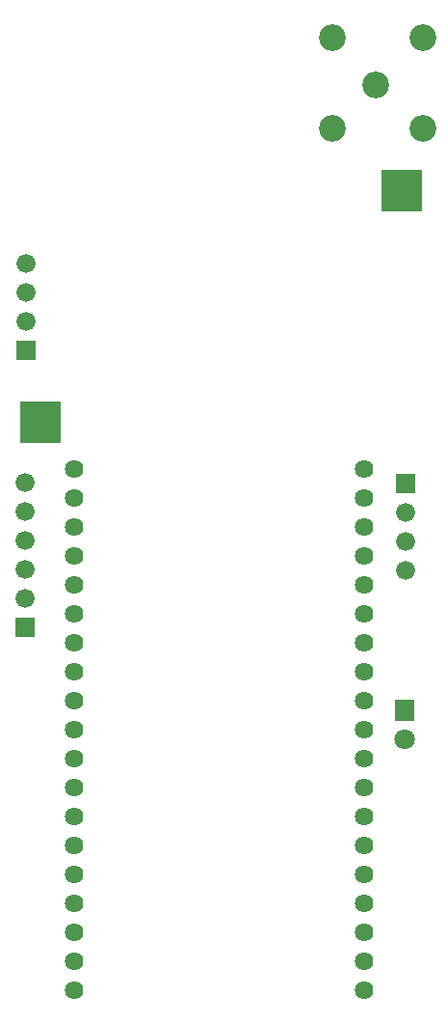
<source format=gts>
G04 Layer: TopSolderMaskLayer*
G04 Panelize: , Column: 2, Row: 1, Board Size: 40.01mm x 93.13mm, Panelized Board Size: 90.01mm x 93.13mm*
G04 EasyEDA v6.5.51, 2025-12-10 18:06:53*
G04 0555fe365c4c4ce19a54b4cc8b748554,f920225d1fc94cab822a7ee7b834fcf3,10*
G04 Gerber Generator version 0.2*
G04 Scale: 100 percent, Rotated: No, Reflected: No *
G04 Dimensions in millimeters *
G04 leading zeros omitted , absolute positions ,4 integer and 5 decimal *
%FSLAX45Y45*%
%MOMM*%

%AMMACRO1*4,1,8,-0.8085,-0.9008,-0.8382,-0.871,-0.8382,0.8711,-0.8085,0.9008,0.8084,0.9008,0.8382,0.8711,0.8382,-0.871,0.8084,-0.9008,-0.8085,-0.9008,0*%
%AMMACRO2*4,1,8,-0.8085,-0.8382,-0.8382,-0.8084,-0.8382,0.8085,-0.8085,0.8382,0.8084,0.8382,0.8382,0.8085,0.8382,-0.8084,0.8084,-0.8382,-0.8085,-0.8382,0*%
%ADD10C,2.3516*%
%ADD11MACRO1*%
%ADD12C,1.8016*%
%ADD13MACRO2*%
%ADD14C,1.6764*%
%ADD15C,1.6256*%
%ADD16C,0.0141*%

%LPD*%
D10*
G01*
X3404870Y8869324D03*
G01*
X3016250Y8483092D03*
G01*
X3816350Y9283064D03*
G01*
X3816350Y8483092D03*
G01*
X3016250Y9283064D03*
D11*
G01*
X3657600Y3378198D03*
D12*
G01*
X3657600Y3124200D03*
D13*
G01*
X330200Y6540500D03*
D14*
G01*
X330200Y6794500D03*
G01*
X330200Y7048500D03*
G01*
X330200Y7302500D03*
D13*
G01*
X3663873Y5367426D03*
D14*
G01*
X3663873Y5113426D03*
G01*
X3663873Y4859426D03*
G01*
X3663873Y4605426D03*
G01*
X323773Y5380126D03*
G01*
X323773Y5126126D03*
G01*
X323773Y4872126D03*
G01*
X323773Y4618126D03*
G01*
X323773Y4364126D03*
D13*
G01*
X323773Y4110126D03*
D15*
G01*
X752576Y5494426D03*
G01*
X752576Y5240426D03*
G01*
X752576Y4986426D03*
G01*
X752576Y4732426D03*
G01*
X752576Y4478426D03*
G01*
X752576Y4224426D03*
G01*
X752576Y3970426D03*
G01*
X752576Y3716426D03*
G01*
X752576Y3462426D03*
G01*
X752576Y3208426D03*
G01*
X752576Y2954426D03*
G01*
X752576Y2700426D03*
G01*
X752576Y2446426D03*
G01*
X752576Y2192426D03*
G01*
X752576Y1938426D03*
G01*
X752576Y1684426D03*
G01*
X752576Y1430426D03*
G01*
X752576Y1176426D03*
G01*
X752576Y922426D03*
G01*
X3298570Y922426D03*
G01*
X3298570Y1176426D03*
G01*
X3298570Y1430426D03*
G01*
X3298570Y1684426D03*
G01*
X3298570Y1938426D03*
G01*
X3298570Y2192426D03*
G01*
X3298570Y2446426D03*
G01*
X3298570Y2700426D03*
G01*
X3298570Y2954426D03*
G01*
X3298570Y3208426D03*
G01*
X3298570Y3462426D03*
G01*
X3298570Y3716426D03*
G01*
X3298570Y3970426D03*
G01*
X3298570Y4224426D03*
G01*
X3298570Y4478426D03*
G01*
X3298570Y4732426D03*
G01*
X3298570Y4986426D03*
G01*
X3298570Y5240426D03*
G01*
X3298570Y5494426D03*
G36*
X3449320Y8120379D02*
G01*
X3809492Y8120379D01*
X3809492Y7760208D01*
X3449320Y7760208D01*
G37*
G36*
X274320Y6088379D02*
G01*
X634492Y6088379D01*
X634492Y5728207D01*
X274320Y5728207D01*
G37*
M02*

</source>
